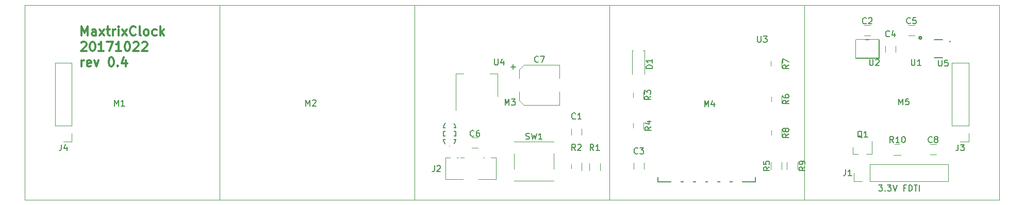
<source format=gto>
G04 #@! TF.FileFunction,Legend,Top*
%FSLAX46Y46*%
G04 Gerber Fmt 4.6, Leading zero omitted, Abs format (unit mm)*
G04 Created by KiCad (PCBNEW 4.0.6) date Mon Oct 23 01:37:39 2017*
%MOMM*%
%LPD*%
G01*
G04 APERTURE LIST*
%ADD10C,0.100000*%
%ADD11C,0.150000*%
%ADD12C,0.300000*%
%ADD13C,0.203200*%
%ADD14C,0.200000*%
%ADD15C,0.254000*%
%ADD16C,0.120000*%
%ADD17C,0.152400*%
%ADD18R,1.400000X1.400000*%
%ADD19R,0.800000X0.800000*%
%ADD20R,2.100000X2.100000*%
%ADD21O,2.100000X2.100000*%
%ADD22R,1.950000X1.700000*%
%ADD23R,1.900000X1.700000*%
%ADD24R,1.200000X1.300000*%
%ADD25R,1.400000X1.650000*%
%ADD26R,0.850000X1.900000*%
%ADD27O,2.200000X1.500000*%
%ADD28O,2.600000X1.500000*%
%ADD29R,3.900000X2.000000*%
%ADD30R,0.900000X0.750000*%
%ADD31R,1.500000X1.000000*%
%ADD32R,1.500000X1.100000*%
%ADD33R,4.200000X2.400000*%
%ADD34R,1.900000X2.400000*%
%ADD35R,2.900000X1.500000*%
%ADD36R,1.500000X2.900000*%
%ADD37R,1.700000X1.900000*%
%ADD38C,2.100000*%
%ADD39R,1.600000X1.300000*%
%ADD40R,1.650000X1.400000*%
G04 APERTURE END LIST*
D10*
D11*
X167219738Y-49553881D02*
X167838786Y-49553881D01*
X167505452Y-49934833D01*
X167648310Y-49934833D01*
X167743548Y-49982452D01*
X167791167Y-50030071D01*
X167838786Y-50125310D01*
X167838786Y-50363405D01*
X167791167Y-50458643D01*
X167743548Y-50506262D01*
X167648310Y-50553881D01*
X167362595Y-50553881D01*
X167267357Y-50506262D01*
X167219738Y-50458643D01*
X168267357Y-50458643D02*
X168314976Y-50506262D01*
X168267357Y-50553881D01*
X168219738Y-50506262D01*
X168267357Y-50458643D01*
X168267357Y-50553881D01*
X168648309Y-49553881D02*
X169267357Y-49553881D01*
X168934023Y-49934833D01*
X169076881Y-49934833D01*
X169172119Y-49982452D01*
X169219738Y-50030071D01*
X169267357Y-50125310D01*
X169267357Y-50363405D01*
X169219738Y-50458643D01*
X169172119Y-50506262D01*
X169076881Y-50553881D01*
X168791166Y-50553881D01*
X168695928Y-50506262D01*
X168648309Y-50458643D01*
X169553071Y-49553881D02*
X169886404Y-50553881D01*
X170219738Y-49553881D01*
X171648310Y-50030071D02*
X171314976Y-50030071D01*
X171314976Y-50553881D02*
X171314976Y-49553881D01*
X171791167Y-49553881D01*
X172172119Y-50553881D02*
X172172119Y-49553881D01*
X172410214Y-49553881D01*
X172553072Y-49601500D01*
X172648310Y-49696738D01*
X172695929Y-49791976D01*
X172743548Y-49982452D01*
X172743548Y-50125310D01*
X172695929Y-50315786D01*
X172648310Y-50411024D01*
X172553072Y-50506262D01*
X172410214Y-50553881D01*
X172172119Y-50553881D01*
X173029262Y-49553881D02*
X173600691Y-49553881D01*
X173314976Y-50553881D02*
X173314976Y-49553881D01*
X173934024Y-50553881D02*
X173934024Y-49553881D01*
D12*
X36348943Y-25001771D02*
X36348943Y-23501771D01*
X36848943Y-24573200D01*
X37348943Y-23501771D01*
X37348943Y-25001771D01*
X38706086Y-25001771D02*
X38706086Y-24216057D01*
X38634657Y-24073200D01*
X38491800Y-24001771D01*
X38206086Y-24001771D01*
X38063229Y-24073200D01*
X38706086Y-24930343D02*
X38563229Y-25001771D01*
X38206086Y-25001771D01*
X38063229Y-24930343D01*
X37991800Y-24787486D01*
X37991800Y-24644629D01*
X38063229Y-24501771D01*
X38206086Y-24430343D01*
X38563229Y-24430343D01*
X38706086Y-24358914D01*
X39277515Y-25001771D02*
X40063229Y-24001771D01*
X39277515Y-24001771D02*
X40063229Y-25001771D01*
X40420372Y-24001771D02*
X40991801Y-24001771D01*
X40634658Y-23501771D02*
X40634658Y-24787486D01*
X40706086Y-24930343D01*
X40848944Y-25001771D01*
X40991801Y-25001771D01*
X41491801Y-25001771D02*
X41491801Y-24001771D01*
X41491801Y-24287486D02*
X41563229Y-24144629D01*
X41634658Y-24073200D01*
X41777515Y-24001771D01*
X41920372Y-24001771D01*
X42420372Y-25001771D02*
X42420372Y-24001771D01*
X42420372Y-23501771D02*
X42348943Y-23573200D01*
X42420372Y-23644629D01*
X42491800Y-23573200D01*
X42420372Y-23501771D01*
X42420372Y-23644629D01*
X42991801Y-25001771D02*
X43777515Y-24001771D01*
X42991801Y-24001771D02*
X43777515Y-25001771D01*
X45206087Y-24858914D02*
X45134658Y-24930343D01*
X44920372Y-25001771D01*
X44777515Y-25001771D01*
X44563230Y-24930343D01*
X44420372Y-24787486D01*
X44348944Y-24644629D01*
X44277515Y-24358914D01*
X44277515Y-24144629D01*
X44348944Y-23858914D01*
X44420372Y-23716057D01*
X44563230Y-23573200D01*
X44777515Y-23501771D01*
X44920372Y-23501771D01*
X45134658Y-23573200D01*
X45206087Y-23644629D01*
X46063230Y-25001771D02*
X45920372Y-24930343D01*
X45848944Y-24787486D01*
X45848944Y-23501771D01*
X46848944Y-25001771D02*
X46706086Y-24930343D01*
X46634658Y-24858914D01*
X46563229Y-24716057D01*
X46563229Y-24287486D01*
X46634658Y-24144629D01*
X46706086Y-24073200D01*
X46848944Y-24001771D01*
X47063229Y-24001771D01*
X47206086Y-24073200D01*
X47277515Y-24144629D01*
X47348944Y-24287486D01*
X47348944Y-24716057D01*
X47277515Y-24858914D01*
X47206086Y-24930343D01*
X47063229Y-25001771D01*
X46848944Y-25001771D01*
X48634658Y-24930343D02*
X48491801Y-25001771D01*
X48206087Y-25001771D01*
X48063229Y-24930343D01*
X47991801Y-24858914D01*
X47920372Y-24716057D01*
X47920372Y-24287486D01*
X47991801Y-24144629D01*
X48063229Y-24073200D01*
X48206087Y-24001771D01*
X48491801Y-24001771D01*
X48634658Y-24073200D01*
X49277515Y-25001771D02*
X49277515Y-23501771D01*
X49420372Y-24430343D02*
X49848943Y-25001771D01*
X49848943Y-24001771D02*
X49277515Y-24573200D01*
X36277514Y-26194629D02*
X36348943Y-26123200D01*
X36491800Y-26051771D01*
X36848943Y-26051771D01*
X36991800Y-26123200D01*
X37063229Y-26194629D01*
X37134657Y-26337486D01*
X37134657Y-26480343D01*
X37063229Y-26694629D01*
X36206086Y-27551771D01*
X37134657Y-27551771D01*
X38063228Y-26051771D02*
X38206085Y-26051771D01*
X38348942Y-26123200D01*
X38420371Y-26194629D01*
X38491800Y-26337486D01*
X38563228Y-26623200D01*
X38563228Y-26980343D01*
X38491800Y-27266057D01*
X38420371Y-27408914D01*
X38348942Y-27480343D01*
X38206085Y-27551771D01*
X38063228Y-27551771D01*
X37920371Y-27480343D01*
X37848942Y-27408914D01*
X37777514Y-27266057D01*
X37706085Y-26980343D01*
X37706085Y-26623200D01*
X37777514Y-26337486D01*
X37848942Y-26194629D01*
X37920371Y-26123200D01*
X38063228Y-26051771D01*
X39991799Y-27551771D02*
X39134656Y-27551771D01*
X39563228Y-27551771D02*
X39563228Y-26051771D01*
X39420371Y-26266057D01*
X39277513Y-26408914D01*
X39134656Y-26480343D01*
X40491799Y-26051771D02*
X41491799Y-26051771D01*
X40848942Y-27551771D01*
X42848941Y-27551771D02*
X41991798Y-27551771D01*
X42420370Y-27551771D02*
X42420370Y-26051771D01*
X42277513Y-26266057D01*
X42134655Y-26408914D01*
X41991798Y-26480343D01*
X43777512Y-26051771D02*
X43920369Y-26051771D01*
X44063226Y-26123200D01*
X44134655Y-26194629D01*
X44206084Y-26337486D01*
X44277512Y-26623200D01*
X44277512Y-26980343D01*
X44206084Y-27266057D01*
X44134655Y-27408914D01*
X44063226Y-27480343D01*
X43920369Y-27551771D01*
X43777512Y-27551771D01*
X43634655Y-27480343D01*
X43563226Y-27408914D01*
X43491798Y-27266057D01*
X43420369Y-26980343D01*
X43420369Y-26623200D01*
X43491798Y-26337486D01*
X43563226Y-26194629D01*
X43634655Y-26123200D01*
X43777512Y-26051771D01*
X44848940Y-26194629D02*
X44920369Y-26123200D01*
X45063226Y-26051771D01*
X45420369Y-26051771D01*
X45563226Y-26123200D01*
X45634655Y-26194629D01*
X45706083Y-26337486D01*
X45706083Y-26480343D01*
X45634655Y-26694629D01*
X44777512Y-27551771D01*
X45706083Y-27551771D01*
X46277511Y-26194629D02*
X46348940Y-26123200D01*
X46491797Y-26051771D01*
X46848940Y-26051771D01*
X46991797Y-26123200D01*
X47063226Y-26194629D01*
X47134654Y-26337486D01*
X47134654Y-26480343D01*
X47063226Y-26694629D01*
X46206083Y-27551771D01*
X47134654Y-27551771D01*
X36348943Y-30101771D02*
X36348943Y-29101771D01*
X36348943Y-29387486D02*
X36420371Y-29244629D01*
X36491800Y-29173200D01*
X36634657Y-29101771D01*
X36777514Y-29101771D01*
X37848942Y-30030343D02*
X37706085Y-30101771D01*
X37420371Y-30101771D01*
X37277514Y-30030343D01*
X37206085Y-29887486D01*
X37206085Y-29316057D01*
X37277514Y-29173200D01*
X37420371Y-29101771D01*
X37706085Y-29101771D01*
X37848942Y-29173200D01*
X37920371Y-29316057D01*
X37920371Y-29458914D01*
X37206085Y-29601771D01*
X38420371Y-29101771D02*
X38777514Y-30101771D01*
X39134656Y-29101771D01*
X41134656Y-28601771D02*
X41277513Y-28601771D01*
X41420370Y-28673200D01*
X41491799Y-28744629D01*
X41563228Y-28887486D01*
X41634656Y-29173200D01*
X41634656Y-29530343D01*
X41563228Y-29816057D01*
X41491799Y-29958914D01*
X41420370Y-30030343D01*
X41277513Y-30101771D01*
X41134656Y-30101771D01*
X40991799Y-30030343D01*
X40920370Y-29958914D01*
X40848942Y-29816057D01*
X40777513Y-29530343D01*
X40777513Y-29173200D01*
X40848942Y-28887486D01*
X40920370Y-28744629D01*
X40991799Y-28673200D01*
X41134656Y-28601771D01*
X42277513Y-29958914D02*
X42348941Y-30030343D01*
X42277513Y-30101771D01*
X42206084Y-30030343D01*
X42277513Y-29958914D01*
X42277513Y-30101771D01*
X43634656Y-29101771D02*
X43634656Y-30101771D01*
X43277513Y-28530343D02*
X42920370Y-29601771D01*
X43848942Y-29601771D01*
D13*
X95748600Y-41526400D02*
X97748600Y-41526400D01*
X97748600Y-41526400D02*
X97748600Y-40726400D01*
X97748600Y-40726400D02*
X95748600Y-40726400D01*
X95748600Y-40726400D02*
X95748600Y-41526400D01*
X97764600Y-40172400D02*
X95732600Y-40172400D01*
X95732600Y-42080400D02*
X97764600Y-42080400D01*
X97764600Y-40172400D02*
G75*
G03X96748600Y-39156400I-1016000J0D01*
G01*
X96748600Y-39156400D02*
G75*
G03X95732600Y-40172400I0J-1016000D01*
G01*
X95732600Y-42080400D02*
G75*
G03X96748600Y-43096400I1016000J0D01*
G01*
X96748600Y-43096400D02*
G75*
G03X97764600Y-42080400I0J1016000D01*
G01*
D14*
X177738000Y-28678000D02*
X176338000Y-28678000D01*
X177738000Y-25678000D02*
X176338000Y-25678000D01*
D15*
X178930000Y-25992000D02*
G75*
G03X178930000Y-25992000I-29000J0D01*
G01*
D16*
X34740000Y-39810000D02*
X34740000Y-29530000D01*
X34740000Y-29530000D02*
X31960000Y-29530000D01*
X31960000Y-29530000D02*
X31960000Y-39810000D01*
X31960000Y-39810000D02*
X34740000Y-39810000D01*
X34740000Y-41080000D02*
X34740000Y-42470000D01*
X34740000Y-42470000D02*
X33350000Y-42470000D01*
X113847000Y-42426500D02*
X113847000Y-42456500D01*
X113847000Y-48886500D02*
X113847000Y-48856500D01*
X107387000Y-48886500D02*
X107387000Y-48856500D01*
X107387000Y-42456500D02*
X107387000Y-42426500D01*
X113847000Y-44356500D02*
X113847000Y-46956500D01*
X107387000Y-42426500D02*
X113847000Y-42426500D01*
X107387000Y-44356500D02*
X107387000Y-46956500D01*
X107387000Y-48886500D02*
X113847000Y-48886500D01*
X169690000Y-42871500D02*
X170890000Y-42871500D01*
X170890000Y-44631500D02*
X169690000Y-44631500D01*
X162948000Y-44511500D02*
X163878000Y-44511500D01*
X166108000Y-44511500D02*
X165178000Y-44511500D01*
X166108000Y-44511500D02*
X166108000Y-42351500D01*
X162948000Y-44511500D02*
X162948000Y-43051500D01*
X175696000Y-44601500D02*
X176696000Y-44601500D01*
X176696000Y-42901500D02*
X175696000Y-42901500D01*
X98533000Y-45851000D02*
X98533000Y-45101000D01*
X98533000Y-45101000D02*
X99133000Y-45101000D01*
X98233000Y-45101000D02*
X96083000Y-45101000D01*
X104383000Y-45101000D02*
X104383000Y-48651000D01*
X96083000Y-48651000D02*
X98983000Y-48651000D01*
X96083000Y-45101000D02*
X96083000Y-48651000D01*
X104383000Y-48651000D02*
X101483000Y-48651000D01*
X102233000Y-45101000D02*
X104383000Y-45101000D01*
X114831000Y-29847000D02*
X114831000Y-32027000D01*
X114831000Y-36447000D02*
X114831000Y-34267000D01*
X108231000Y-35687000D02*
X108231000Y-34267000D01*
X108231000Y-30607000D02*
X108231000Y-32027000D01*
X114831000Y-36447000D02*
X108991000Y-36447000D01*
X108991000Y-36447000D02*
X108231000Y-35687000D01*
X108231000Y-30607000D02*
X108991000Y-29847000D01*
X108991000Y-29847000D02*
X114831000Y-29847000D01*
D15*
X174253890Y-25376000D02*
G75*
G03X174253890Y-25376000I-203890J0D01*
G01*
D11*
X167259000Y-28702000D02*
X163449000Y-28702000D01*
X163449000Y-28702000D02*
X163449000Y-25654000D01*
X163449000Y-25654000D02*
X167259000Y-25654000D01*
X167259000Y-25654000D02*
X167259000Y-28702000D01*
D16*
X104629000Y-31262400D02*
X103369000Y-31262400D01*
X97809000Y-31262400D02*
X99069000Y-31262400D01*
X104629000Y-35022400D02*
X104629000Y-31262400D01*
X97809000Y-37272400D02*
X97809000Y-31262400D01*
D17*
X130962000Y-48317400D02*
X130962000Y-49079400D01*
X130962000Y-49079400D02*
X146964000Y-49079400D01*
X146964000Y-49079400D02*
X146964000Y-48317400D01*
D16*
X149564000Y-41624800D02*
X149564000Y-40424800D01*
X151324000Y-40424800D02*
X151324000Y-41624800D01*
X149513000Y-30292600D02*
X149513000Y-29092600D01*
X151273000Y-29092600D02*
X151273000Y-30292600D01*
X155000000Y-20000000D02*
X155000000Y-52000000D01*
X155000000Y-52000000D02*
X123000000Y-52000000D01*
X123000000Y-52000000D02*
X123000000Y-20000000D01*
X123000000Y-20000000D02*
X155000000Y-20000000D01*
X91000000Y-20000000D02*
X91000000Y-52000000D01*
X91000000Y-52000000D02*
X59000000Y-52000000D01*
X59000000Y-52000000D02*
X59000000Y-20000000D01*
X59000000Y-20000000D02*
X91000000Y-20000000D01*
X59000000Y-20000000D02*
X59000000Y-52000000D01*
X59000000Y-52000000D02*
X27000000Y-52000000D01*
X27000000Y-52000000D02*
X27000000Y-20000000D01*
X27000000Y-20000000D02*
X59000000Y-20000000D01*
X165786000Y-48989600D02*
X178606000Y-48989600D01*
X178606000Y-48989600D02*
X178606000Y-46209600D01*
X178606000Y-46209600D02*
X165786000Y-46209600D01*
X165786000Y-46209600D02*
X165786000Y-48989600D01*
X164516000Y-48989600D02*
X163126000Y-48989600D01*
X163126000Y-48989600D02*
X163126000Y-47599600D01*
X128762000Y-27442600D02*
X126762000Y-27442600D01*
X126762000Y-27442600D02*
X126762000Y-31342600D01*
X128762000Y-27442600D02*
X128762000Y-31342600D01*
X101424000Y-41796600D02*
X100424000Y-41796600D01*
X100424000Y-43496600D02*
X101424000Y-43496600D01*
X172093000Y-24980000D02*
X173093000Y-24980000D01*
X173093000Y-23280000D02*
X172093000Y-23280000D01*
X168314000Y-26678000D02*
X168314000Y-27678000D01*
X170014000Y-27678000D02*
X170014000Y-26678000D01*
X126963000Y-45956600D02*
X126963000Y-46956600D01*
X128663000Y-46956600D02*
X128663000Y-45956600D01*
X165854000Y-23280000D02*
X164854000Y-23280000D01*
X164854000Y-24980000D02*
X165854000Y-24980000D01*
X118452000Y-41330500D02*
X118452000Y-40330500D01*
X116752000Y-40330500D02*
X116752000Y-41330500D01*
X119745000Y-47183600D02*
X119745000Y-45983600D01*
X121505000Y-45983600D02*
X121505000Y-47183600D01*
X151324000Y-34883800D02*
X151324000Y-36083800D01*
X149564000Y-36083800D02*
X149564000Y-34883800D01*
X149539000Y-47031200D02*
X149539000Y-45831200D01*
X151299000Y-45831200D02*
X151299000Y-47031200D01*
X128642000Y-34198000D02*
X128642000Y-35398000D01*
X126882000Y-35398000D02*
X126882000Y-34198000D01*
X116722000Y-47154400D02*
X116722000Y-45954400D01*
X118482000Y-45954400D02*
X118482000Y-47154400D01*
X128642000Y-39227200D02*
X128642000Y-40427200D01*
X126882000Y-40427200D02*
X126882000Y-39227200D01*
X152180000Y-47031200D02*
X152180000Y-45831200D01*
X153940000Y-45831200D02*
X153940000Y-47031200D01*
X182010000Y-39810000D02*
X182010000Y-29530000D01*
X182010000Y-29530000D02*
X179230000Y-29530000D01*
X179230000Y-29530000D02*
X179230000Y-39810000D01*
X179230000Y-39810000D02*
X182010000Y-39810000D01*
X182010000Y-41080000D02*
X182010000Y-42470000D01*
X182010000Y-42470000D02*
X180620000Y-42470000D01*
X187000000Y-20000000D02*
X187000000Y-52000000D01*
X187000000Y-52000000D02*
X155000000Y-52000000D01*
X155000000Y-52000000D02*
X155000000Y-20000000D01*
X155000000Y-20000000D02*
X187000000Y-20000000D01*
X122996000Y-20000000D02*
X122996000Y-52000000D01*
X122996000Y-52000000D02*
X90996000Y-52000000D01*
X90996000Y-52000000D02*
X90996000Y-20000000D01*
X90996000Y-20000000D02*
X122996000Y-20000000D01*
D11*
X177038095Y-29043381D02*
X177038095Y-29852905D01*
X177085714Y-29948143D01*
X177133333Y-29995762D01*
X177228571Y-30043381D01*
X177419048Y-30043381D01*
X177514286Y-29995762D01*
X177561905Y-29948143D01*
X177609524Y-29852905D01*
X177609524Y-29043381D01*
X178561905Y-29043381D02*
X178085714Y-29043381D01*
X178038095Y-29519571D01*
X178085714Y-29471952D01*
X178180952Y-29424333D01*
X178419048Y-29424333D01*
X178514286Y-29471952D01*
X178561905Y-29519571D01*
X178609524Y-29614810D01*
X178609524Y-29852905D01*
X178561905Y-29948143D01*
X178514286Y-29995762D01*
X178419048Y-30043381D01*
X178180952Y-30043381D01*
X178085714Y-29995762D01*
X178038095Y-29948143D01*
X33016667Y-42922381D02*
X33016667Y-43636667D01*
X32969047Y-43779524D01*
X32873809Y-43874762D01*
X32730952Y-43922381D01*
X32635714Y-43922381D01*
X33921429Y-43255714D02*
X33921429Y-43922381D01*
X33683333Y-42874762D02*
X33445238Y-43589048D01*
X34064286Y-43589048D01*
X109283667Y-42011262D02*
X109426524Y-42058881D01*
X109664620Y-42058881D01*
X109759858Y-42011262D01*
X109807477Y-41963643D01*
X109855096Y-41868405D01*
X109855096Y-41773167D01*
X109807477Y-41677929D01*
X109759858Y-41630310D01*
X109664620Y-41582690D01*
X109474143Y-41535071D01*
X109378905Y-41487452D01*
X109331286Y-41439833D01*
X109283667Y-41344595D01*
X109283667Y-41249357D01*
X109331286Y-41154119D01*
X109378905Y-41106500D01*
X109474143Y-41058881D01*
X109712239Y-41058881D01*
X109855096Y-41106500D01*
X110188429Y-41058881D02*
X110426524Y-42058881D01*
X110617001Y-41344595D01*
X110807477Y-42058881D01*
X111045572Y-41058881D01*
X111950334Y-42058881D02*
X111378905Y-42058881D01*
X111664619Y-42058881D02*
X111664619Y-41058881D01*
X111569381Y-41201738D01*
X111474143Y-41296976D01*
X111378905Y-41344595D01*
X169664143Y-42616381D02*
X169330809Y-42140190D01*
X169092714Y-42616381D02*
X169092714Y-41616381D01*
X169473667Y-41616381D01*
X169568905Y-41664000D01*
X169616524Y-41711619D01*
X169664143Y-41806857D01*
X169664143Y-41949714D01*
X169616524Y-42044952D01*
X169568905Y-42092571D01*
X169473667Y-42140190D01*
X169092714Y-42140190D01*
X170616524Y-42616381D02*
X170045095Y-42616381D01*
X170330809Y-42616381D02*
X170330809Y-41616381D01*
X170235571Y-41759238D01*
X170140333Y-41854476D01*
X170045095Y-41902095D01*
X171235571Y-41616381D02*
X171330810Y-41616381D01*
X171426048Y-41664000D01*
X171473667Y-41711619D01*
X171521286Y-41806857D01*
X171568905Y-41997333D01*
X171568905Y-42235429D01*
X171521286Y-42425905D01*
X171473667Y-42521143D01*
X171426048Y-42568762D01*
X171330810Y-42616381D01*
X171235571Y-42616381D01*
X171140333Y-42568762D01*
X171092714Y-42521143D01*
X171045095Y-42425905D01*
X170997476Y-42235429D01*
X170997476Y-41997333D01*
X171045095Y-41806857D01*
X171092714Y-41711619D01*
X171140333Y-41664000D01*
X171235571Y-41616381D01*
X164496762Y-41822619D02*
X164401524Y-41775000D01*
X164306286Y-41679762D01*
X164163429Y-41536905D01*
X164068190Y-41489286D01*
X163972952Y-41489286D01*
X164020571Y-41727381D02*
X163925333Y-41679762D01*
X163830095Y-41584524D01*
X163782476Y-41394048D01*
X163782476Y-41060714D01*
X163830095Y-40870238D01*
X163925333Y-40775000D01*
X164020571Y-40727381D01*
X164211048Y-40727381D01*
X164306286Y-40775000D01*
X164401524Y-40870238D01*
X164449143Y-41060714D01*
X164449143Y-41394048D01*
X164401524Y-41584524D01*
X164306286Y-41679762D01*
X164211048Y-41727381D01*
X164020571Y-41727381D01*
X165401524Y-41727381D02*
X164830095Y-41727381D01*
X165115809Y-41727381D02*
X165115809Y-40727381D01*
X165020571Y-40870238D01*
X164925333Y-40965476D01*
X164830095Y-41013095D01*
X175982334Y-42521143D02*
X175934715Y-42568762D01*
X175791858Y-42616381D01*
X175696620Y-42616381D01*
X175553762Y-42568762D01*
X175458524Y-42473524D01*
X175410905Y-42378286D01*
X175363286Y-42187810D01*
X175363286Y-42044952D01*
X175410905Y-41854476D01*
X175458524Y-41759238D01*
X175553762Y-41664000D01*
X175696620Y-41616381D01*
X175791858Y-41616381D01*
X175934715Y-41664000D01*
X175982334Y-41711619D01*
X176553762Y-42044952D02*
X176458524Y-41997333D01*
X176410905Y-41949714D01*
X176363286Y-41854476D01*
X176363286Y-41806857D01*
X176410905Y-41711619D01*
X176458524Y-41664000D01*
X176553762Y-41616381D01*
X176744239Y-41616381D01*
X176839477Y-41664000D01*
X176887096Y-41711619D01*
X176934715Y-41806857D01*
X176934715Y-41854476D01*
X176887096Y-41949714D01*
X176839477Y-41997333D01*
X176744239Y-42044952D01*
X176553762Y-42044952D01*
X176458524Y-42092571D01*
X176410905Y-42140190D01*
X176363286Y-42235429D01*
X176363286Y-42425905D01*
X176410905Y-42521143D01*
X176458524Y-42568762D01*
X176553762Y-42616381D01*
X176744239Y-42616381D01*
X176839477Y-42568762D01*
X176887096Y-42521143D01*
X176934715Y-42425905D01*
X176934715Y-42235429D01*
X176887096Y-42140190D01*
X176839477Y-42092571D01*
X176744239Y-42044952D01*
X94281667Y-46378881D02*
X94281667Y-47093167D01*
X94234047Y-47236024D01*
X94138809Y-47331262D01*
X93995952Y-47378881D01*
X93900714Y-47378881D01*
X94710238Y-46474119D02*
X94757857Y-46426500D01*
X94853095Y-46378881D01*
X95091191Y-46378881D01*
X95186429Y-46426500D01*
X95234048Y-46474119D01*
X95281667Y-46569357D01*
X95281667Y-46664595D01*
X95234048Y-46807452D01*
X94662619Y-47378881D01*
X95281667Y-47378881D01*
X111339334Y-29313143D02*
X111291715Y-29360762D01*
X111148858Y-29408381D01*
X111053620Y-29408381D01*
X110910762Y-29360762D01*
X110815524Y-29265524D01*
X110767905Y-29170286D01*
X110720286Y-28979810D01*
X110720286Y-28836952D01*
X110767905Y-28646476D01*
X110815524Y-28551238D01*
X110910762Y-28456000D01*
X111053620Y-28408381D01*
X111148858Y-28408381D01*
X111291715Y-28456000D01*
X111339334Y-28503619D01*
X111672667Y-28408381D02*
X112339334Y-28408381D01*
X111910762Y-29408381D01*
X106807048Y-30170429D02*
X107568953Y-30170429D01*
X107188001Y-30551381D02*
X107188001Y-29789476D01*
X172593095Y-28916381D02*
X172593095Y-29725905D01*
X172640714Y-29821143D01*
X172688333Y-29868762D01*
X172783571Y-29916381D01*
X172974048Y-29916381D01*
X173069286Y-29868762D01*
X173116905Y-29821143D01*
X173164524Y-29725905D01*
X173164524Y-28916381D01*
X174164524Y-29916381D02*
X173593095Y-29916381D01*
X173878809Y-29916381D02*
X173878809Y-28916381D01*
X173783571Y-29059238D01*
X173688333Y-29154476D01*
X173593095Y-29202095D01*
X165735095Y-28916381D02*
X165735095Y-29725905D01*
X165782714Y-29821143D01*
X165830333Y-29868762D01*
X165925571Y-29916381D01*
X166116048Y-29916381D01*
X166211286Y-29868762D01*
X166258905Y-29821143D01*
X166306524Y-29725905D01*
X166306524Y-28916381D01*
X166735095Y-29011619D02*
X166782714Y-28964000D01*
X166877952Y-28916381D01*
X167116048Y-28916381D01*
X167211286Y-28964000D01*
X167258905Y-29011619D01*
X167306524Y-29106857D01*
X167306524Y-29202095D01*
X167258905Y-29344952D01*
X166687476Y-29916381D01*
X167306524Y-29916381D01*
X104140095Y-28852881D02*
X104140095Y-29662405D01*
X104187714Y-29757643D01*
X104235333Y-29805262D01*
X104330571Y-29852881D01*
X104521048Y-29852881D01*
X104616286Y-29805262D01*
X104663905Y-29757643D01*
X104711524Y-29662405D01*
X104711524Y-28852881D01*
X105616286Y-29186214D02*
X105616286Y-29852881D01*
X105378190Y-28805262D02*
X105140095Y-29519548D01*
X105759143Y-29519548D01*
X147320095Y-25106381D02*
X147320095Y-25915905D01*
X147367714Y-26011143D01*
X147415333Y-26058762D01*
X147510571Y-26106381D01*
X147701048Y-26106381D01*
X147796286Y-26058762D01*
X147843905Y-26011143D01*
X147891524Y-25915905D01*
X147891524Y-25106381D01*
X148272476Y-25106381D02*
X148891524Y-25106381D01*
X148558190Y-25487333D01*
X148701048Y-25487333D01*
X148796286Y-25534952D01*
X148843905Y-25582571D01*
X148891524Y-25677810D01*
X148891524Y-25915905D01*
X148843905Y-26011143D01*
X148796286Y-26058762D01*
X148701048Y-26106381D01*
X148415333Y-26106381D01*
X148320095Y-26058762D01*
X148272476Y-26011143D01*
X152471381Y-41187666D02*
X151995190Y-41521000D01*
X152471381Y-41759095D02*
X151471381Y-41759095D01*
X151471381Y-41378142D01*
X151519000Y-41282904D01*
X151566619Y-41235285D01*
X151661857Y-41187666D01*
X151804714Y-41187666D01*
X151899952Y-41235285D01*
X151947571Y-41282904D01*
X151995190Y-41378142D01*
X151995190Y-41759095D01*
X151899952Y-40616238D02*
X151852333Y-40711476D01*
X151804714Y-40759095D01*
X151709476Y-40806714D01*
X151661857Y-40806714D01*
X151566619Y-40759095D01*
X151519000Y-40711476D01*
X151471381Y-40616238D01*
X151471381Y-40425761D01*
X151519000Y-40330523D01*
X151566619Y-40282904D01*
X151661857Y-40235285D01*
X151709476Y-40235285D01*
X151804714Y-40282904D01*
X151852333Y-40330523D01*
X151899952Y-40425761D01*
X151899952Y-40616238D01*
X151947571Y-40711476D01*
X151995190Y-40759095D01*
X152090429Y-40806714D01*
X152280905Y-40806714D01*
X152376143Y-40759095D01*
X152423762Y-40711476D01*
X152471381Y-40616238D01*
X152471381Y-40425761D01*
X152423762Y-40330523D01*
X152376143Y-40282904D01*
X152280905Y-40235285D01*
X152090429Y-40235285D01*
X151995190Y-40282904D01*
X151947571Y-40330523D01*
X151899952Y-40425761D01*
X152471381Y-29859266D02*
X151995190Y-30192600D01*
X152471381Y-30430695D02*
X151471381Y-30430695D01*
X151471381Y-30049742D01*
X151519000Y-29954504D01*
X151566619Y-29906885D01*
X151661857Y-29859266D01*
X151804714Y-29859266D01*
X151899952Y-29906885D01*
X151947571Y-29954504D01*
X151995190Y-30049742D01*
X151995190Y-30430695D01*
X151471381Y-29525933D02*
X151471381Y-28859266D01*
X152471381Y-29287838D01*
X138636476Y-36710881D02*
X138636476Y-35710881D01*
X138969810Y-36425167D01*
X139303143Y-35710881D01*
X139303143Y-36710881D01*
X140207905Y-36044214D02*
X140207905Y-36710881D01*
X139969809Y-35663262D02*
X139731714Y-36377548D01*
X140350762Y-36377548D01*
X73167976Y-36583881D02*
X73167976Y-35583881D01*
X73501310Y-36298167D01*
X73834643Y-35583881D01*
X73834643Y-36583881D01*
X74263214Y-35679119D02*
X74310833Y-35631500D01*
X74406071Y-35583881D01*
X74644167Y-35583881D01*
X74739405Y-35631500D01*
X74787024Y-35679119D01*
X74834643Y-35774357D01*
X74834643Y-35869595D01*
X74787024Y-36012452D01*
X74215595Y-36583881D01*
X74834643Y-36583881D01*
X41735476Y-36583881D02*
X41735476Y-35583881D01*
X42068810Y-36298167D01*
X42402143Y-35583881D01*
X42402143Y-36583881D01*
X43402143Y-36583881D02*
X42830714Y-36583881D01*
X43116428Y-36583881D02*
X43116428Y-35583881D01*
X43021190Y-35726738D01*
X42925952Y-35821976D01*
X42830714Y-35869595D01*
X161792667Y-47051981D02*
X161792667Y-47766267D01*
X161745047Y-47909124D01*
X161649809Y-48004362D01*
X161506952Y-48051981D01*
X161411714Y-48051981D01*
X162792667Y-48051981D02*
X162221238Y-48051981D01*
X162506952Y-48051981D02*
X162506952Y-47051981D01*
X162411714Y-47194838D01*
X162316476Y-47290076D01*
X162221238Y-47337695D01*
X130055881Y-30430695D02*
X129055881Y-30430695D01*
X129055881Y-30192600D01*
X129103500Y-30049742D01*
X129198738Y-29954504D01*
X129293976Y-29906885D01*
X129484452Y-29859266D01*
X129627310Y-29859266D01*
X129817786Y-29906885D01*
X129913024Y-29954504D01*
X130008262Y-30049742D01*
X130055881Y-30192600D01*
X130055881Y-30430695D01*
X130055881Y-28906885D02*
X130055881Y-29478314D01*
X130055881Y-29192600D02*
X129055881Y-29192600D01*
X129198738Y-29287838D01*
X129293976Y-29383076D01*
X129341595Y-29478314D01*
X100757334Y-41503743D02*
X100709715Y-41551362D01*
X100566858Y-41598981D01*
X100471620Y-41598981D01*
X100328762Y-41551362D01*
X100233524Y-41456124D01*
X100185905Y-41360886D01*
X100138286Y-41170410D01*
X100138286Y-41027552D01*
X100185905Y-40837076D01*
X100233524Y-40741838D01*
X100328762Y-40646600D01*
X100471620Y-40598981D01*
X100566858Y-40598981D01*
X100709715Y-40646600D01*
X100757334Y-40694219D01*
X101614477Y-40598981D02*
X101424000Y-40598981D01*
X101328762Y-40646600D01*
X101281143Y-40694219D01*
X101185905Y-40837076D01*
X101138286Y-41027552D01*
X101138286Y-41408505D01*
X101185905Y-41503743D01*
X101233524Y-41551362D01*
X101328762Y-41598981D01*
X101519239Y-41598981D01*
X101614477Y-41551362D01*
X101662096Y-41503743D01*
X101709715Y-41408505D01*
X101709715Y-41170410D01*
X101662096Y-41075171D01*
X101614477Y-41027552D01*
X101519239Y-40979933D01*
X101328762Y-40979933D01*
X101233524Y-41027552D01*
X101185905Y-41075171D01*
X101138286Y-41170410D01*
X172426334Y-22963143D02*
X172378715Y-23010762D01*
X172235858Y-23058381D01*
X172140620Y-23058381D01*
X171997762Y-23010762D01*
X171902524Y-22915524D01*
X171854905Y-22820286D01*
X171807286Y-22629810D01*
X171807286Y-22486952D01*
X171854905Y-22296476D01*
X171902524Y-22201238D01*
X171997762Y-22106000D01*
X172140620Y-22058381D01*
X172235858Y-22058381D01*
X172378715Y-22106000D01*
X172426334Y-22153619D01*
X173331096Y-22058381D02*
X172854905Y-22058381D01*
X172807286Y-22534571D01*
X172854905Y-22486952D01*
X172950143Y-22439333D01*
X173188239Y-22439333D01*
X173283477Y-22486952D01*
X173331096Y-22534571D01*
X173378715Y-22629810D01*
X173378715Y-22867905D01*
X173331096Y-22963143D01*
X173283477Y-23010762D01*
X173188239Y-23058381D01*
X172950143Y-23058381D01*
X172854905Y-23010762D01*
X172807286Y-22963143D01*
X168997334Y-25122143D02*
X168949715Y-25169762D01*
X168806858Y-25217381D01*
X168711620Y-25217381D01*
X168568762Y-25169762D01*
X168473524Y-25074524D01*
X168425905Y-24979286D01*
X168378286Y-24788810D01*
X168378286Y-24645952D01*
X168425905Y-24455476D01*
X168473524Y-24360238D01*
X168568762Y-24265000D01*
X168711620Y-24217381D01*
X168806858Y-24217381D01*
X168949715Y-24265000D01*
X168997334Y-24312619D01*
X169854477Y-24550714D02*
X169854477Y-25217381D01*
X169616381Y-24169762D02*
X169378286Y-24884048D01*
X169997334Y-24884048D01*
X127658834Y-44362643D02*
X127611215Y-44410262D01*
X127468358Y-44457881D01*
X127373120Y-44457881D01*
X127230262Y-44410262D01*
X127135024Y-44315024D01*
X127087405Y-44219786D01*
X127039786Y-44029310D01*
X127039786Y-43886452D01*
X127087405Y-43695976D01*
X127135024Y-43600738D01*
X127230262Y-43505500D01*
X127373120Y-43457881D01*
X127468358Y-43457881D01*
X127611215Y-43505500D01*
X127658834Y-43553119D01*
X127992167Y-43457881D02*
X128611215Y-43457881D01*
X128277881Y-43838833D01*
X128420739Y-43838833D01*
X128515977Y-43886452D01*
X128563596Y-43934071D01*
X128611215Y-44029310D01*
X128611215Y-44267405D01*
X128563596Y-44362643D01*
X128515977Y-44410262D01*
X128420739Y-44457881D01*
X128135024Y-44457881D01*
X128039786Y-44410262D01*
X127992167Y-44362643D01*
X165187334Y-22987143D02*
X165139715Y-23034762D01*
X164996858Y-23082381D01*
X164901620Y-23082381D01*
X164758762Y-23034762D01*
X164663524Y-22939524D01*
X164615905Y-22844286D01*
X164568286Y-22653810D01*
X164568286Y-22510952D01*
X164615905Y-22320476D01*
X164663524Y-22225238D01*
X164758762Y-22130000D01*
X164901620Y-22082381D01*
X164996858Y-22082381D01*
X165139715Y-22130000D01*
X165187334Y-22177619D01*
X165568286Y-22177619D02*
X165615905Y-22130000D01*
X165711143Y-22082381D01*
X165949239Y-22082381D01*
X166044477Y-22130000D01*
X166092096Y-22177619D01*
X166139715Y-22272857D01*
X166139715Y-22368095D01*
X166092096Y-22510952D01*
X165520667Y-23082381D01*
X166139715Y-23082381D01*
X117435334Y-38647643D02*
X117387715Y-38695262D01*
X117244858Y-38742881D01*
X117149620Y-38742881D01*
X117006762Y-38695262D01*
X116911524Y-38600024D01*
X116863905Y-38504786D01*
X116816286Y-38314310D01*
X116816286Y-38171452D01*
X116863905Y-37980976D01*
X116911524Y-37885738D01*
X117006762Y-37790500D01*
X117149620Y-37742881D01*
X117244858Y-37742881D01*
X117387715Y-37790500D01*
X117435334Y-37838119D01*
X118387715Y-38742881D02*
X117816286Y-38742881D01*
X118102000Y-38742881D02*
X118102000Y-37742881D01*
X118006762Y-37885738D01*
X117911524Y-37980976D01*
X117816286Y-38028595D01*
X120419834Y-43886381D02*
X120086500Y-43410190D01*
X119848405Y-43886381D02*
X119848405Y-42886381D01*
X120229358Y-42886381D01*
X120324596Y-42934000D01*
X120372215Y-42981619D01*
X120419834Y-43076857D01*
X120419834Y-43219714D01*
X120372215Y-43314952D01*
X120324596Y-43362571D01*
X120229358Y-43410190D01*
X119848405Y-43410190D01*
X121372215Y-43886381D02*
X120800786Y-43886381D01*
X121086500Y-43886381D02*
X121086500Y-42886381D01*
X120991262Y-43029238D01*
X120896024Y-43124476D01*
X120800786Y-43172095D01*
X152471381Y-35650466D02*
X151995190Y-35983800D01*
X152471381Y-36221895D02*
X151471381Y-36221895D01*
X151471381Y-35840942D01*
X151519000Y-35745704D01*
X151566619Y-35698085D01*
X151661857Y-35650466D01*
X151804714Y-35650466D01*
X151899952Y-35698085D01*
X151947571Y-35745704D01*
X151995190Y-35840942D01*
X151995190Y-36221895D01*
X151471381Y-34793323D02*
X151471381Y-34983800D01*
X151519000Y-35079038D01*
X151566619Y-35126657D01*
X151709476Y-35221895D01*
X151899952Y-35269514D01*
X152280905Y-35269514D01*
X152376143Y-35221895D01*
X152423762Y-35174276D01*
X152471381Y-35079038D01*
X152471381Y-34888561D01*
X152423762Y-34793323D01*
X152376143Y-34745704D01*
X152280905Y-34698085D01*
X152042810Y-34698085D01*
X151947571Y-34745704D01*
X151899952Y-34793323D01*
X151852333Y-34888561D01*
X151852333Y-35079038D01*
X151899952Y-35174276D01*
X151947571Y-35221895D01*
X152042810Y-35269514D01*
X149296381Y-46597866D02*
X148820190Y-46931200D01*
X149296381Y-47169295D02*
X148296381Y-47169295D01*
X148296381Y-46788342D01*
X148344000Y-46693104D01*
X148391619Y-46645485D01*
X148486857Y-46597866D01*
X148629714Y-46597866D01*
X148724952Y-46645485D01*
X148772571Y-46693104D01*
X148820190Y-46788342D01*
X148820190Y-47169295D01*
X148296381Y-45693104D02*
X148296381Y-46169295D01*
X148772571Y-46216914D01*
X148724952Y-46169295D01*
X148677333Y-46074057D01*
X148677333Y-45835961D01*
X148724952Y-45740723D01*
X148772571Y-45693104D01*
X148867810Y-45645485D01*
X149105905Y-45645485D01*
X149201143Y-45693104D01*
X149248762Y-45740723D01*
X149296381Y-45835961D01*
X149296381Y-46074057D01*
X149248762Y-46169295D01*
X149201143Y-46216914D01*
X129801881Y-34964666D02*
X129325690Y-35298000D01*
X129801881Y-35536095D02*
X128801881Y-35536095D01*
X128801881Y-35155142D01*
X128849500Y-35059904D01*
X128897119Y-35012285D01*
X128992357Y-34964666D01*
X129135214Y-34964666D01*
X129230452Y-35012285D01*
X129278071Y-35059904D01*
X129325690Y-35155142D01*
X129325690Y-35536095D01*
X128801881Y-34631333D02*
X128801881Y-34012285D01*
X129182833Y-34345619D01*
X129182833Y-34202761D01*
X129230452Y-34107523D01*
X129278071Y-34059904D01*
X129373310Y-34012285D01*
X129611405Y-34012285D01*
X129706643Y-34059904D01*
X129754262Y-34107523D01*
X129801881Y-34202761D01*
X129801881Y-34488476D01*
X129754262Y-34583714D01*
X129706643Y-34631333D01*
X117435334Y-43886381D02*
X117102000Y-43410190D01*
X116863905Y-43886381D02*
X116863905Y-42886381D01*
X117244858Y-42886381D01*
X117340096Y-42934000D01*
X117387715Y-42981619D01*
X117435334Y-43076857D01*
X117435334Y-43219714D01*
X117387715Y-43314952D01*
X117340096Y-43362571D01*
X117244858Y-43410190D01*
X116863905Y-43410190D01*
X117816286Y-42981619D02*
X117863905Y-42934000D01*
X117959143Y-42886381D01*
X118197239Y-42886381D01*
X118292477Y-42934000D01*
X118340096Y-42981619D01*
X118387715Y-43076857D01*
X118387715Y-43172095D01*
X118340096Y-43314952D01*
X117768667Y-43886381D01*
X118387715Y-43886381D01*
X129865381Y-39993866D02*
X129389190Y-40327200D01*
X129865381Y-40565295D02*
X128865381Y-40565295D01*
X128865381Y-40184342D01*
X128913000Y-40089104D01*
X128960619Y-40041485D01*
X129055857Y-39993866D01*
X129198714Y-39993866D01*
X129293952Y-40041485D01*
X129341571Y-40089104D01*
X129389190Y-40184342D01*
X129389190Y-40565295D01*
X129198714Y-39136723D02*
X129865381Y-39136723D01*
X128817762Y-39374819D02*
X129532048Y-39612914D01*
X129532048Y-38993866D01*
X155138381Y-46597866D02*
X154662190Y-46931200D01*
X155138381Y-47169295D02*
X154138381Y-47169295D01*
X154138381Y-46788342D01*
X154186000Y-46693104D01*
X154233619Y-46645485D01*
X154328857Y-46597866D01*
X154471714Y-46597866D01*
X154566952Y-46645485D01*
X154614571Y-46693104D01*
X154662190Y-46788342D01*
X154662190Y-47169295D01*
X155138381Y-46121676D02*
X155138381Y-45931200D01*
X155090762Y-45835961D01*
X155043143Y-45788342D01*
X154900286Y-45693104D01*
X154709810Y-45645485D01*
X154328857Y-45645485D01*
X154233619Y-45693104D01*
X154186000Y-45740723D01*
X154138381Y-45835961D01*
X154138381Y-46026438D01*
X154186000Y-46121676D01*
X154233619Y-46169295D01*
X154328857Y-46216914D01*
X154566952Y-46216914D01*
X154662190Y-46169295D01*
X154709810Y-46121676D01*
X154757429Y-46026438D01*
X154757429Y-45835961D01*
X154709810Y-45740723D01*
X154662190Y-45693104D01*
X154566952Y-45645485D01*
X180286667Y-42922381D02*
X180286667Y-43636667D01*
X180239047Y-43779524D01*
X180143809Y-43874762D01*
X180000952Y-43922381D01*
X179905714Y-43922381D01*
X180667619Y-42922381D02*
X181286667Y-42922381D01*
X180953333Y-43303333D01*
X181096191Y-43303333D01*
X181191429Y-43350952D01*
X181239048Y-43398571D01*
X181286667Y-43493810D01*
X181286667Y-43731905D01*
X181239048Y-43827143D01*
X181191429Y-43874762D01*
X181096191Y-43922381D01*
X180810476Y-43922381D01*
X180715238Y-43874762D01*
X180667619Y-43827143D01*
X170513476Y-36393381D02*
X170513476Y-35393381D01*
X170846810Y-36107667D01*
X171180143Y-35393381D01*
X171180143Y-36393381D01*
X172132524Y-35393381D02*
X171656333Y-35393381D01*
X171608714Y-35869571D01*
X171656333Y-35821952D01*
X171751571Y-35774333D01*
X171989667Y-35774333D01*
X172084905Y-35821952D01*
X172132524Y-35869571D01*
X172180143Y-35964810D01*
X172180143Y-36202905D01*
X172132524Y-36298143D01*
X172084905Y-36345762D01*
X171989667Y-36393381D01*
X171751571Y-36393381D01*
X171656333Y-36345762D01*
X171608714Y-36298143D01*
X105870476Y-36456881D02*
X105870476Y-35456881D01*
X106203810Y-36171167D01*
X106537143Y-35456881D01*
X106537143Y-36456881D01*
X106918095Y-35456881D02*
X107537143Y-35456881D01*
X107203809Y-35837833D01*
X107346667Y-35837833D01*
X107441905Y-35885452D01*
X107489524Y-35933071D01*
X107537143Y-36028310D01*
X107537143Y-36266405D01*
X107489524Y-36361643D01*
X107441905Y-36409262D01*
X107346667Y-36456881D01*
X107060952Y-36456881D01*
X106965714Y-36409262D01*
X106918095Y-36361643D01*
%LPC*%
D18*
X96748600Y-42476400D03*
X96748600Y-39776400D03*
X96748600Y-41126400D03*
D19*
X178238000Y-25978000D03*
X178238000Y-26778000D03*
X178238000Y-27578000D03*
X178238000Y-28378000D03*
X175838000Y-28378000D03*
X175838000Y-27578000D03*
X175838000Y-26778000D03*
X175838000Y-25978000D03*
D20*
X33350000Y-41080000D03*
D21*
X33350000Y-38540000D03*
X33350000Y-36000000D03*
X33350000Y-33460000D03*
X33350000Y-30920000D03*
D22*
X106637000Y-47906500D03*
X106637000Y-43406500D03*
X114597000Y-43406500D03*
X114597000Y-47906500D03*
D23*
X171640000Y-43751500D03*
X168940000Y-43751500D03*
D24*
X165478000Y-42751500D03*
X163578000Y-42751500D03*
X164528000Y-44751500D03*
D25*
X177196000Y-43751500D03*
X175196000Y-43751500D03*
D26*
X100233000Y-46101000D03*
X100883000Y-46101000D03*
X99583000Y-46101000D03*
X101533000Y-46101000D03*
X98933000Y-46101000D03*
D27*
X97433000Y-45851000D03*
X103033000Y-45851000D03*
D28*
X100233000Y-48001000D03*
D29*
X108831000Y-33147000D03*
X114231000Y-33147000D03*
D30*
X173645000Y-26203000D03*
X173645000Y-26853000D03*
X173645000Y-27503000D03*
X173645000Y-28153000D03*
X171595000Y-28153000D03*
X171595000Y-27503000D03*
X171595000Y-26853000D03*
X171595000Y-26203000D03*
D31*
X166454000Y-28178000D03*
D32*
X166454000Y-27178000D03*
D31*
X166454000Y-26178000D03*
X164254000Y-26178000D03*
D32*
X164254000Y-27178000D03*
D31*
X164254000Y-28178000D03*
D33*
X101219000Y-30022400D03*
D34*
X101219000Y-36322400D03*
X103519000Y-36322400D03*
X98919000Y-36322400D03*
D35*
X131278000Y-33458400D03*
X131278000Y-35458400D03*
X131278000Y-37458400D03*
X131278000Y-39458400D03*
X131278000Y-41458400D03*
X131278000Y-43458400D03*
X131278000Y-45458400D03*
X131278000Y-47458400D03*
X146678000Y-47458400D03*
X146678000Y-45458400D03*
X146678000Y-43458400D03*
X146678000Y-41458400D03*
X146678000Y-39458400D03*
X146678000Y-37458400D03*
X146678000Y-35458400D03*
X146678000Y-33458400D03*
D36*
X133968000Y-49158400D03*
X135968000Y-49158400D03*
X137968000Y-49158400D03*
X139968000Y-49158400D03*
X141968000Y-49158400D03*
X143968000Y-49158400D03*
D37*
X150444000Y-39674800D03*
X150444000Y-42374800D03*
X150393000Y-28342600D03*
X150393000Y-31042600D03*
D38*
X151500000Y-21270000D03*
X148960000Y-21270000D03*
X129040000Y-21270000D03*
X126500000Y-21270000D03*
X151500000Y-50730000D03*
X148960000Y-50730000D03*
X129040000Y-50730000D03*
X126500000Y-50730000D03*
X153730000Y-30920000D03*
X153730000Y-33460000D03*
X153730000Y-36000000D03*
X153730000Y-38540000D03*
X153730000Y-41080000D03*
X124270000Y-30920000D03*
X124270000Y-33460000D03*
X124270000Y-36000000D03*
X124270000Y-38540000D03*
X124270000Y-41080000D03*
X87500000Y-21270000D03*
X84960000Y-21270000D03*
X65040000Y-21270000D03*
X62500000Y-21270000D03*
X87500000Y-50730000D03*
X84960000Y-50730000D03*
X65040000Y-50730000D03*
X62500000Y-50730000D03*
X89730000Y-30920000D03*
X89730000Y-33460000D03*
X89730000Y-36000000D03*
X89730000Y-38540000D03*
X89730000Y-41080000D03*
X60270000Y-30920000D03*
X60270000Y-33460000D03*
X60270000Y-36000000D03*
X60270000Y-38540000D03*
X60270000Y-41080000D03*
X55500000Y-21270000D03*
X52960000Y-21270000D03*
X33040000Y-21270000D03*
X30500000Y-21270000D03*
X55500000Y-50730000D03*
X52960000Y-50730000D03*
X33040000Y-50730000D03*
X30500000Y-50730000D03*
X57730000Y-30920000D03*
X57730000Y-33460000D03*
X57730000Y-36000000D03*
X57730000Y-38540000D03*
X57730000Y-41080000D03*
X28270000Y-30920000D03*
X28270000Y-33460000D03*
X28270000Y-36000000D03*
X28270000Y-38540000D03*
X28270000Y-41080000D03*
D20*
X164516000Y-47599600D03*
D21*
X167056000Y-47599600D03*
X169596000Y-47599600D03*
X172136000Y-47599600D03*
X174676000Y-47599600D03*
X177216000Y-47599600D03*
D39*
X127762000Y-28042600D03*
X127762000Y-31342600D03*
D25*
X99924000Y-42646600D03*
X101924000Y-42646600D03*
X173593000Y-24130000D03*
X171593000Y-24130000D03*
D40*
X169164000Y-28178000D03*
X169164000Y-26178000D03*
X127813000Y-47456600D03*
X127813000Y-45456600D03*
D25*
X164354000Y-24130000D03*
X166354000Y-24130000D03*
D40*
X117602000Y-39830500D03*
X117602000Y-41830500D03*
D37*
X120625000Y-45233600D03*
X120625000Y-47933600D03*
X150444000Y-36833800D03*
X150444000Y-34133800D03*
X150419000Y-45081200D03*
X150419000Y-47781200D03*
X127762000Y-36148000D03*
X127762000Y-33448000D03*
X117602000Y-45204400D03*
X117602000Y-47904400D03*
X127762000Y-41177200D03*
X127762000Y-38477200D03*
X153060000Y-45081200D03*
X153060000Y-47781200D03*
D20*
X180620000Y-41080000D03*
D21*
X180620000Y-38540000D03*
X180620000Y-36000000D03*
X180620000Y-33460000D03*
X180620000Y-30920000D03*
D38*
X183500000Y-21270000D03*
X180960000Y-21270000D03*
X161040000Y-21270000D03*
X158500000Y-21270000D03*
X183500000Y-50730000D03*
X180960000Y-50730000D03*
X161040000Y-50730000D03*
X158500000Y-50730000D03*
X185730000Y-30920000D03*
X185730000Y-33460000D03*
X185730000Y-36000000D03*
X185730000Y-38540000D03*
X185730000Y-41080000D03*
X156270000Y-30920000D03*
X156270000Y-33460000D03*
X156270000Y-36000000D03*
X156270000Y-38540000D03*
X156270000Y-41080000D03*
X119496000Y-21270000D03*
X116956000Y-21270000D03*
X97036000Y-21270000D03*
X94496000Y-21270000D03*
X119496000Y-50730000D03*
X116956000Y-50730000D03*
X97036000Y-50730000D03*
X94496000Y-50730000D03*
X121726000Y-30920000D03*
X121726000Y-33460000D03*
X121726000Y-36000000D03*
X121726000Y-38540000D03*
X121726000Y-41080000D03*
X92266000Y-30920000D03*
X92266000Y-33460000D03*
X92266000Y-36000000D03*
X92266000Y-38540000D03*
X92266000Y-41080000D03*
M02*

</source>
